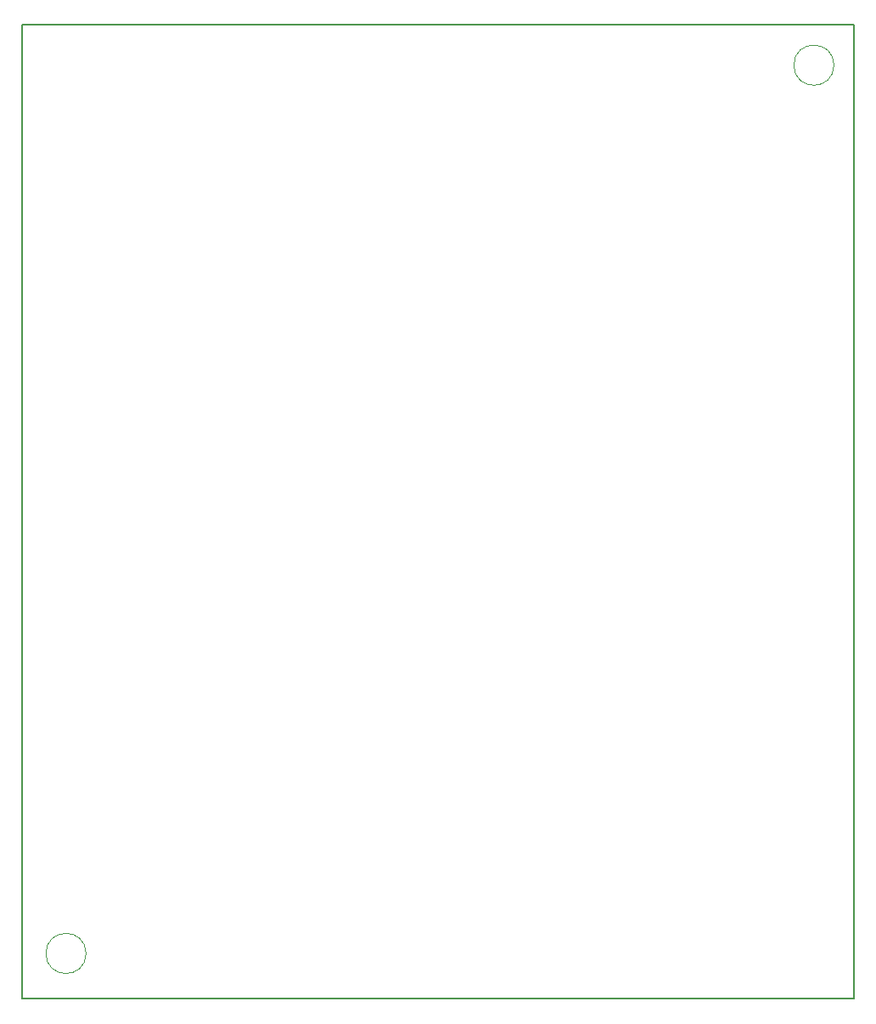
<source format=gbr>
%TF.GenerationSoftware,KiCad,Pcbnew,9.0.6*%
%TF.CreationDate,2025-12-12T00:08:18+03:00*%
%TF.ProjectId,SPO3,53504f33-2e6b-4696-9361-645f70636258,rev?*%
%TF.SameCoordinates,Original*%
%TF.FileFunction,Profile,NP*%
%FSLAX46Y46*%
G04 Gerber Fmt 4.6, Leading zero omitted, Abs format (unit mm)*
G04 Created by KiCad (PCBNEW 9.0.6) date 2025-12-12 00:08:18*
%MOMM*%
%LPD*%
G01*
G04 APERTURE LIST*
%TA.AperFunction,Profile*%
%ADD10C,0.050000*%
%TD*%
%TA.AperFunction,Profile*%
%ADD11C,0.200000*%
%TD*%
G04 APERTURE END LIST*
D10*
X191930000Y-60257500D02*
G75*
G02*
X187930000Y-60257500I-2000000J0D01*
G01*
X187930000Y-60257500D02*
G75*
G02*
X191930000Y-60257500I2000000J0D01*
G01*
D11*
X110930000Y-56257500D02*
X193930000Y-56257500D01*
X193930000Y-153257500D01*
X110930000Y-153257500D01*
X110930000Y-56257500D01*
D10*
X117330000Y-148757500D02*
G75*
G02*
X113330000Y-148757500I-2000000J0D01*
G01*
X113330000Y-148757500D02*
G75*
G02*
X117330000Y-148757500I2000000J0D01*
G01*
M02*

</source>
